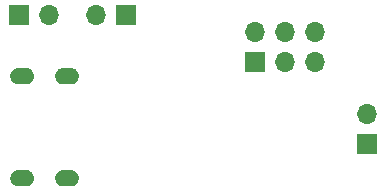
<source format=gbr>
%TF.GenerationSoftware,KiCad,Pcbnew,8.0.7*%
%TF.CreationDate,2025-01-08T21:55:34-07:00*%
%TF.ProjectId,Hat PCB,48617420-5043-4422-9e6b-696361645f70,rev?*%
%TF.SameCoordinates,Original*%
%TF.FileFunction,Soldermask,Bot*%
%TF.FilePolarity,Negative*%
%FSLAX46Y46*%
G04 Gerber Fmt 4.6, Leading zero omitted, Abs format (unit mm)*
G04 Created by KiCad (PCBNEW 8.0.7) date 2025-01-08 21:55:34*
%MOMM*%
%LPD*%
G01*
G04 APERTURE LIST*
%ADD10C,0.010000*%
%ADD11R,1.700000X1.700000*%
%ADD12O,1.700000X1.700000*%
G04 APERTURE END LIST*
D10*
%TO.C,J3*%
X216334000Y-122671000D02*
X216368000Y-122674000D01*
X216402000Y-122678000D01*
X216435000Y-122684000D01*
X216468000Y-122692000D01*
X216501000Y-122702000D01*
X216533000Y-122713000D01*
X216564000Y-122726000D01*
X216595000Y-122741000D01*
X216625000Y-122757000D01*
X216654000Y-122775000D01*
X216682000Y-122794000D01*
X216709000Y-122815000D01*
X216735000Y-122837000D01*
X216760000Y-122860000D01*
X216783000Y-122885000D01*
X216805000Y-122911000D01*
X216826000Y-122938000D01*
X216845000Y-122966000D01*
X216863000Y-122995000D01*
X216879000Y-123025000D01*
X216894000Y-123056000D01*
X216907000Y-123087000D01*
X216918000Y-123119000D01*
X216928000Y-123152000D01*
X216936000Y-123185000D01*
X216942000Y-123218000D01*
X216946000Y-123252000D01*
X216949000Y-123286000D01*
X216950000Y-123320000D01*
X216949000Y-123354000D01*
X216946000Y-123388000D01*
X216942000Y-123422000D01*
X216936000Y-123455000D01*
X216928000Y-123488000D01*
X216918000Y-123521000D01*
X216907000Y-123553000D01*
X216894000Y-123584000D01*
X216879000Y-123615000D01*
X216863000Y-123645000D01*
X216845000Y-123674000D01*
X216826000Y-123702000D01*
X216805000Y-123729000D01*
X216783000Y-123755000D01*
X216760000Y-123780000D01*
X216735000Y-123803000D01*
X216709000Y-123825000D01*
X216682000Y-123846000D01*
X216654000Y-123865000D01*
X216625000Y-123883000D01*
X216595000Y-123899000D01*
X216564000Y-123914000D01*
X216533000Y-123927000D01*
X216501000Y-123938000D01*
X216468000Y-123948000D01*
X216435000Y-123956000D01*
X216402000Y-123962000D01*
X216368000Y-123966000D01*
X216334000Y-123969000D01*
X216300000Y-123970000D01*
X215700000Y-123970000D01*
X215666000Y-123969000D01*
X215632000Y-123966000D01*
X215598000Y-123962000D01*
X215565000Y-123956000D01*
X215532000Y-123948000D01*
X215499000Y-123938000D01*
X215467000Y-123927000D01*
X215436000Y-123914000D01*
X215405000Y-123899000D01*
X215375000Y-123883000D01*
X215346000Y-123865000D01*
X215318000Y-123846000D01*
X215291000Y-123825000D01*
X215265000Y-123803000D01*
X215240000Y-123780000D01*
X215217000Y-123755000D01*
X215195000Y-123729000D01*
X215174000Y-123702000D01*
X215155000Y-123674000D01*
X215137000Y-123645000D01*
X215121000Y-123615000D01*
X215106000Y-123584000D01*
X215093000Y-123553000D01*
X215082000Y-123521000D01*
X215072000Y-123488000D01*
X215064000Y-123455000D01*
X215058000Y-123422000D01*
X215054000Y-123388000D01*
X215051000Y-123354000D01*
X215050000Y-123320000D01*
X215051000Y-123286000D01*
X215054000Y-123252000D01*
X215058000Y-123218000D01*
X215064000Y-123185000D01*
X215072000Y-123152000D01*
X215082000Y-123119000D01*
X215093000Y-123087000D01*
X215106000Y-123056000D01*
X215121000Y-123025000D01*
X215137000Y-122995000D01*
X215155000Y-122966000D01*
X215174000Y-122938000D01*
X215195000Y-122911000D01*
X215217000Y-122885000D01*
X215240000Y-122860000D01*
X215265000Y-122837000D01*
X215291000Y-122815000D01*
X215318000Y-122794000D01*
X215346000Y-122775000D01*
X215375000Y-122757000D01*
X215405000Y-122741000D01*
X215436000Y-122726000D01*
X215467000Y-122713000D01*
X215499000Y-122702000D01*
X215532000Y-122692000D01*
X215565000Y-122684000D01*
X215598000Y-122678000D01*
X215632000Y-122674000D01*
X215666000Y-122671000D01*
X215700000Y-122670000D01*
X216300000Y-122670000D01*
X216334000Y-122671000D01*
G36*
X216334000Y-122671000D02*
G01*
X216368000Y-122674000D01*
X216402000Y-122678000D01*
X216435000Y-122684000D01*
X216468000Y-122692000D01*
X216501000Y-122702000D01*
X216533000Y-122713000D01*
X216564000Y-122726000D01*
X216595000Y-122741000D01*
X216625000Y-122757000D01*
X216654000Y-122775000D01*
X216682000Y-122794000D01*
X216709000Y-122815000D01*
X216735000Y-122837000D01*
X216760000Y-122860000D01*
X216783000Y-122885000D01*
X216805000Y-122911000D01*
X216826000Y-122938000D01*
X216845000Y-122966000D01*
X216863000Y-122995000D01*
X216879000Y-123025000D01*
X216894000Y-123056000D01*
X216907000Y-123087000D01*
X216918000Y-123119000D01*
X216928000Y-123152000D01*
X216936000Y-123185000D01*
X216942000Y-123218000D01*
X216946000Y-123252000D01*
X216949000Y-123286000D01*
X216950000Y-123320000D01*
X216949000Y-123354000D01*
X216946000Y-123388000D01*
X216942000Y-123422000D01*
X216936000Y-123455000D01*
X216928000Y-123488000D01*
X216918000Y-123521000D01*
X216907000Y-123553000D01*
X216894000Y-123584000D01*
X216879000Y-123615000D01*
X216863000Y-123645000D01*
X216845000Y-123674000D01*
X216826000Y-123702000D01*
X216805000Y-123729000D01*
X216783000Y-123755000D01*
X216760000Y-123780000D01*
X216735000Y-123803000D01*
X216709000Y-123825000D01*
X216682000Y-123846000D01*
X216654000Y-123865000D01*
X216625000Y-123883000D01*
X216595000Y-123899000D01*
X216564000Y-123914000D01*
X216533000Y-123927000D01*
X216501000Y-123938000D01*
X216468000Y-123948000D01*
X216435000Y-123956000D01*
X216402000Y-123962000D01*
X216368000Y-123966000D01*
X216334000Y-123969000D01*
X216300000Y-123970000D01*
X215700000Y-123970000D01*
X215666000Y-123969000D01*
X215632000Y-123966000D01*
X215598000Y-123962000D01*
X215565000Y-123956000D01*
X215532000Y-123948000D01*
X215499000Y-123938000D01*
X215467000Y-123927000D01*
X215436000Y-123914000D01*
X215405000Y-123899000D01*
X215375000Y-123883000D01*
X215346000Y-123865000D01*
X215318000Y-123846000D01*
X215291000Y-123825000D01*
X215265000Y-123803000D01*
X215240000Y-123780000D01*
X215217000Y-123755000D01*
X215195000Y-123729000D01*
X215174000Y-123702000D01*
X215155000Y-123674000D01*
X215137000Y-123645000D01*
X215121000Y-123615000D01*
X215106000Y-123584000D01*
X215093000Y-123553000D01*
X215082000Y-123521000D01*
X215072000Y-123488000D01*
X215064000Y-123455000D01*
X215058000Y-123422000D01*
X215054000Y-123388000D01*
X215051000Y-123354000D01*
X215050000Y-123320000D01*
X215051000Y-123286000D01*
X215054000Y-123252000D01*
X215058000Y-123218000D01*
X215064000Y-123185000D01*
X215072000Y-123152000D01*
X215082000Y-123119000D01*
X215093000Y-123087000D01*
X215106000Y-123056000D01*
X215121000Y-123025000D01*
X215137000Y-122995000D01*
X215155000Y-122966000D01*
X215174000Y-122938000D01*
X215195000Y-122911000D01*
X215217000Y-122885000D01*
X215240000Y-122860000D01*
X215265000Y-122837000D01*
X215291000Y-122815000D01*
X215318000Y-122794000D01*
X215346000Y-122775000D01*
X215375000Y-122757000D01*
X215405000Y-122741000D01*
X215436000Y-122726000D01*
X215467000Y-122713000D01*
X215499000Y-122702000D01*
X215532000Y-122692000D01*
X215565000Y-122684000D01*
X215598000Y-122678000D01*
X215632000Y-122674000D01*
X215666000Y-122671000D01*
X215700000Y-122670000D01*
X216300000Y-122670000D01*
X216334000Y-122671000D01*
G37*
X216334000Y-114031000D02*
X216368000Y-114034000D01*
X216402000Y-114038000D01*
X216435000Y-114044000D01*
X216468000Y-114052000D01*
X216501000Y-114062000D01*
X216533000Y-114073000D01*
X216564000Y-114086000D01*
X216595000Y-114101000D01*
X216625000Y-114117000D01*
X216654000Y-114135000D01*
X216682000Y-114154000D01*
X216709000Y-114175000D01*
X216735000Y-114197000D01*
X216760000Y-114220000D01*
X216783000Y-114245000D01*
X216805000Y-114271000D01*
X216826000Y-114298000D01*
X216845000Y-114326000D01*
X216863000Y-114355000D01*
X216879000Y-114385000D01*
X216894000Y-114416000D01*
X216907000Y-114447000D01*
X216918000Y-114479000D01*
X216928000Y-114512000D01*
X216936000Y-114545000D01*
X216942000Y-114578000D01*
X216946000Y-114612000D01*
X216949000Y-114646000D01*
X216950000Y-114680000D01*
X216949000Y-114714000D01*
X216946000Y-114748000D01*
X216942000Y-114782000D01*
X216936000Y-114815000D01*
X216928000Y-114848000D01*
X216918000Y-114881000D01*
X216907000Y-114913000D01*
X216894000Y-114944000D01*
X216879000Y-114975000D01*
X216863000Y-115005000D01*
X216845000Y-115034000D01*
X216826000Y-115062000D01*
X216805000Y-115089000D01*
X216783000Y-115115000D01*
X216760000Y-115140000D01*
X216735000Y-115163000D01*
X216709000Y-115185000D01*
X216682000Y-115206000D01*
X216654000Y-115225000D01*
X216625000Y-115243000D01*
X216595000Y-115259000D01*
X216564000Y-115274000D01*
X216533000Y-115287000D01*
X216501000Y-115298000D01*
X216468000Y-115308000D01*
X216435000Y-115316000D01*
X216402000Y-115322000D01*
X216368000Y-115326000D01*
X216334000Y-115329000D01*
X216300000Y-115330000D01*
X215700000Y-115330000D01*
X215666000Y-115329000D01*
X215632000Y-115326000D01*
X215598000Y-115322000D01*
X215565000Y-115316000D01*
X215532000Y-115308000D01*
X215499000Y-115298000D01*
X215467000Y-115287000D01*
X215436000Y-115274000D01*
X215405000Y-115259000D01*
X215375000Y-115243000D01*
X215346000Y-115225000D01*
X215318000Y-115206000D01*
X215291000Y-115185000D01*
X215265000Y-115163000D01*
X215240000Y-115140000D01*
X215217000Y-115115000D01*
X215195000Y-115089000D01*
X215174000Y-115062000D01*
X215155000Y-115034000D01*
X215137000Y-115005000D01*
X215121000Y-114975000D01*
X215106000Y-114944000D01*
X215093000Y-114913000D01*
X215082000Y-114881000D01*
X215072000Y-114848000D01*
X215064000Y-114815000D01*
X215058000Y-114782000D01*
X215054000Y-114748000D01*
X215051000Y-114714000D01*
X215050000Y-114680000D01*
X215051000Y-114646000D01*
X215054000Y-114612000D01*
X215058000Y-114578000D01*
X215064000Y-114545000D01*
X215072000Y-114512000D01*
X215082000Y-114479000D01*
X215093000Y-114447000D01*
X215106000Y-114416000D01*
X215121000Y-114385000D01*
X215137000Y-114355000D01*
X215155000Y-114326000D01*
X215174000Y-114298000D01*
X215195000Y-114271000D01*
X215217000Y-114245000D01*
X215240000Y-114220000D01*
X215265000Y-114197000D01*
X215291000Y-114175000D01*
X215318000Y-114154000D01*
X215346000Y-114135000D01*
X215375000Y-114117000D01*
X215405000Y-114101000D01*
X215436000Y-114086000D01*
X215467000Y-114073000D01*
X215499000Y-114062000D01*
X215532000Y-114052000D01*
X215565000Y-114044000D01*
X215598000Y-114038000D01*
X215632000Y-114034000D01*
X215666000Y-114031000D01*
X215700000Y-114030000D01*
X216300000Y-114030000D01*
X216334000Y-114031000D01*
G36*
X216334000Y-114031000D02*
G01*
X216368000Y-114034000D01*
X216402000Y-114038000D01*
X216435000Y-114044000D01*
X216468000Y-114052000D01*
X216501000Y-114062000D01*
X216533000Y-114073000D01*
X216564000Y-114086000D01*
X216595000Y-114101000D01*
X216625000Y-114117000D01*
X216654000Y-114135000D01*
X216682000Y-114154000D01*
X216709000Y-114175000D01*
X216735000Y-114197000D01*
X216760000Y-114220000D01*
X216783000Y-114245000D01*
X216805000Y-114271000D01*
X216826000Y-114298000D01*
X216845000Y-114326000D01*
X216863000Y-114355000D01*
X216879000Y-114385000D01*
X216894000Y-114416000D01*
X216907000Y-114447000D01*
X216918000Y-114479000D01*
X216928000Y-114512000D01*
X216936000Y-114545000D01*
X216942000Y-114578000D01*
X216946000Y-114612000D01*
X216949000Y-114646000D01*
X216950000Y-114680000D01*
X216949000Y-114714000D01*
X216946000Y-114748000D01*
X216942000Y-114782000D01*
X216936000Y-114815000D01*
X216928000Y-114848000D01*
X216918000Y-114881000D01*
X216907000Y-114913000D01*
X216894000Y-114944000D01*
X216879000Y-114975000D01*
X216863000Y-115005000D01*
X216845000Y-115034000D01*
X216826000Y-115062000D01*
X216805000Y-115089000D01*
X216783000Y-115115000D01*
X216760000Y-115140000D01*
X216735000Y-115163000D01*
X216709000Y-115185000D01*
X216682000Y-115206000D01*
X216654000Y-115225000D01*
X216625000Y-115243000D01*
X216595000Y-115259000D01*
X216564000Y-115274000D01*
X216533000Y-115287000D01*
X216501000Y-115298000D01*
X216468000Y-115308000D01*
X216435000Y-115316000D01*
X216402000Y-115322000D01*
X216368000Y-115326000D01*
X216334000Y-115329000D01*
X216300000Y-115330000D01*
X215700000Y-115330000D01*
X215666000Y-115329000D01*
X215632000Y-115326000D01*
X215598000Y-115322000D01*
X215565000Y-115316000D01*
X215532000Y-115308000D01*
X215499000Y-115298000D01*
X215467000Y-115287000D01*
X215436000Y-115274000D01*
X215405000Y-115259000D01*
X215375000Y-115243000D01*
X215346000Y-115225000D01*
X215318000Y-115206000D01*
X215291000Y-115185000D01*
X215265000Y-115163000D01*
X215240000Y-115140000D01*
X215217000Y-115115000D01*
X215195000Y-115089000D01*
X215174000Y-115062000D01*
X215155000Y-115034000D01*
X215137000Y-115005000D01*
X215121000Y-114975000D01*
X215106000Y-114944000D01*
X215093000Y-114913000D01*
X215082000Y-114881000D01*
X215072000Y-114848000D01*
X215064000Y-114815000D01*
X215058000Y-114782000D01*
X215054000Y-114748000D01*
X215051000Y-114714000D01*
X215050000Y-114680000D01*
X215051000Y-114646000D01*
X215054000Y-114612000D01*
X215058000Y-114578000D01*
X215064000Y-114545000D01*
X215072000Y-114512000D01*
X215082000Y-114479000D01*
X215093000Y-114447000D01*
X215106000Y-114416000D01*
X215121000Y-114385000D01*
X215137000Y-114355000D01*
X215155000Y-114326000D01*
X215174000Y-114298000D01*
X215195000Y-114271000D01*
X215217000Y-114245000D01*
X215240000Y-114220000D01*
X215265000Y-114197000D01*
X215291000Y-114175000D01*
X215318000Y-114154000D01*
X215346000Y-114135000D01*
X215375000Y-114117000D01*
X215405000Y-114101000D01*
X215436000Y-114086000D01*
X215467000Y-114073000D01*
X215499000Y-114062000D01*
X215532000Y-114052000D01*
X215565000Y-114044000D01*
X215598000Y-114038000D01*
X215632000Y-114034000D01*
X215666000Y-114031000D01*
X215700000Y-114030000D01*
X216300000Y-114030000D01*
X216334000Y-114031000D01*
G37*
X212534000Y-122671000D02*
X212568000Y-122674000D01*
X212602000Y-122678000D01*
X212635000Y-122684000D01*
X212668000Y-122692000D01*
X212701000Y-122702000D01*
X212733000Y-122713000D01*
X212764000Y-122726000D01*
X212795000Y-122741000D01*
X212825000Y-122757000D01*
X212854000Y-122775000D01*
X212882000Y-122794000D01*
X212909000Y-122815000D01*
X212935000Y-122837000D01*
X212960000Y-122860000D01*
X212983000Y-122885000D01*
X213005000Y-122911000D01*
X213026000Y-122938000D01*
X213045000Y-122966000D01*
X213063000Y-122995000D01*
X213079000Y-123025000D01*
X213094000Y-123056000D01*
X213107000Y-123087000D01*
X213118000Y-123119000D01*
X213128000Y-123152000D01*
X213136000Y-123185000D01*
X213142000Y-123218000D01*
X213146000Y-123252000D01*
X213149000Y-123286000D01*
X213150000Y-123320000D01*
X213149000Y-123354000D01*
X213146000Y-123388000D01*
X213142000Y-123422000D01*
X213136000Y-123455000D01*
X213128000Y-123488000D01*
X213118000Y-123521000D01*
X213107000Y-123553000D01*
X213094000Y-123584000D01*
X213079000Y-123615000D01*
X213063000Y-123645000D01*
X213045000Y-123674000D01*
X213026000Y-123702000D01*
X213005000Y-123729000D01*
X212983000Y-123755000D01*
X212960000Y-123780000D01*
X212935000Y-123803000D01*
X212909000Y-123825000D01*
X212882000Y-123846000D01*
X212854000Y-123865000D01*
X212825000Y-123883000D01*
X212795000Y-123899000D01*
X212764000Y-123914000D01*
X212733000Y-123927000D01*
X212701000Y-123938000D01*
X212668000Y-123948000D01*
X212635000Y-123956000D01*
X212602000Y-123962000D01*
X212568000Y-123966000D01*
X212534000Y-123969000D01*
X212500000Y-123970000D01*
X211900000Y-123970000D01*
X211866000Y-123969000D01*
X211832000Y-123966000D01*
X211798000Y-123962000D01*
X211765000Y-123956000D01*
X211732000Y-123948000D01*
X211699000Y-123938000D01*
X211667000Y-123927000D01*
X211636000Y-123914000D01*
X211605000Y-123899000D01*
X211575000Y-123883000D01*
X211546000Y-123865000D01*
X211518000Y-123846000D01*
X211491000Y-123825000D01*
X211465000Y-123803000D01*
X211440000Y-123780000D01*
X211417000Y-123755000D01*
X211395000Y-123729000D01*
X211374000Y-123702000D01*
X211355000Y-123674000D01*
X211337000Y-123645000D01*
X211321000Y-123615000D01*
X211306000Y-123584000D01*
X211293000Y-123553000D01*
X211282000Y-123521000D01*
X211272000Y-123488000D01*
X211264000Y-123455000D01*
X211258000Y-123422000D01*
X211254000Y-123388000D01*
X211251000Y-123354000D01*
X211250000Y-123320000D01*
X211251000Y-123286000D01*
X211254000Y-123252000D01*
X211258000Y-123218000D01*
X211264000Y-123185000D01*
X211272000Y-123152000D01*
X211282000Y-123119000D01*
X211293000Y-123087000D01*
X211306000Y-123056000D01*
X211321000Y-123025000D01*
X211337000Y-122995000D01*
X211355000Y-122966000D01*
X211374000Y-122938000D01*
X211395000Y-122911000D01*
X211417000Y-122885000D01*
X211440000Y-122860000D01*
X211465000Y-122837000D01*
X211491000Y-122815000D01*
X211518000Y-122794000D01*
X211546000Y-122775000D01*
X211575000Y-122757000D01*
X211605000Y-122741000D01*
X211636000Y-122726000D01*
X211667000Y-122713000D01*
X211699000Y-122702000D01*
X211732000Y-122692000D01*
X211765000Y-122684000D01*
X211798000Y-122678000D01*
X211832000Y-122674000D01*
X211866000Y-122671000D01*
X211900000Y-122670000D01*
X212500000Y-122670000D01*
X212534000Y-122671000D01*
G36*
X212534000Y-122671000D02*
G01*
X212568000Y-122674000D01*
X212602000Y-122678000D01*
X212635000Y-122684000D01*
X212668000Y-122692000D01*
X212701000Y-122702000D01*
X212733000Y-122713000D01*
X212764000Y-122726000D01*
X212795000Y-122741000D01*
X212825000Y-122757000D01*
X212854000Y-122775000D01*
X212882000Y-122794000D01*
X212909000Y-122815000D01*
X212935000Y-122837000D01*
X212960000Y-122860000D01*
X212983000Y-122885000D01*
X213005000Y-122911000D01*
X213026000Y-122938000D01*
X213045000Y-122966000D01*
X213063000Y-122995000D01*
X213079000Y-123025000D01*
X213094000Y-123056000D01*
X213107000Y-123087000D01*
X213118000Y-123119000D01*
X213128000Y-123152000D01*
X213136000Y-123185000D01*
X213142000Y-123218000D01*
X213146000Y-123252000D01*
X213149000Y-123286000D01*
X213150000Y-123320000D01*
X213149000Y-123354000D01*
X213146000Y-123388000D01*
X213142000Y-123422000D01*
X213136000Y-123455000D01*
X213128000Y-123488000D01*
X213118000Y-123521000D01*
X213107000Y-123553000D01*
X213094000Y-123584000D01*
X213079000Y-123615000D01*
X213063000Y-123645000D01*
X213045000Y-123674000D01*
X213026000Y-123702000D01*
X213005000Y-123729000D01*
X212983000Y-123755000D01*
X212960000Y-123780000D01*
X212935000Y-123803000D01*
X212909000Y-123825000D01*
X212882000Y-123846000D01*
X212854000Y-123865000D01*
X212825000Y-123883000D01*
X212795000Y-123899000D01*
X212764000Y-123914000D01*
X212733000Y-123927000D01*
X212701000Y-123938000D01*
X212668000Y-123948000D01*
X212635000Y-123956000D01*
X212602000Y-123962000D01*
X212568000Y-123966000D01*
X212534000Y-123969000D01*
X212500000Y-123970000D01*
X211900000Y-123970000D01*
X211866000Y-123969000D01*
X211832000Y-123966000D01*
X211798000Y-123962000D01*
X211765000Y-123956000D01*
X211732000Y-123948000D01*
X211699000Y-123938000D01*
X211667000Y-123927000D01*
X211636000Y-123914000D01*
X211605000Y-123899000D01*
X211575000Y-123883000D01*
X211546000Y-123865000D01*
X211518000Y-123846000D01*
X211491000Y-123825000D01*
X211465000Y-123803000D01*
X211440000Y-123780000D01*
X211417000Y-123755000D01*
X211395000Y-123729000D01*
X211374000Y-123702000D01*
X211355000Y-123674000D01*
X211337000Y-123645000D01*
X211321000Y-123615000D01*
X211306000Y-123584000D01*
X211293000Y-123553000D01*
X211282000Y-123521000D01*
X211272000Y-123488000D01*
X211264000Y-123455000D01*
X211258000Y-123422000D01*
X211254000Y-123388000D01*
X211251000Y-123354000D01*
X211250000Y-123320000D01*
X211251000Y-123286000D01*
X211254000Y-123252000D01*
X211258000Y-123218000D01*
X211264000Y-123185000D01*
X211272000Y-123152000D01*
X211282000Y-123119000D01*
X211293000Y-123087000D01*
X211306000Y-123056000D01*
X211321000Y-123025000D01*
X211337000Y-122995000D01*
X211355000Y-122966000D01*
X211374000Y-122938000D01*
X211395000Y-122911000D01*
X211417000Y-122885000D01*
X211440000Y-122860000D01*
X211465000Y-122837000D01*
X211491000Y-122815000D01*
X211518000Y-122794000D01*
X211546000Y-122775000D01*
X211575000Y-122757000D01*
X211605000Y-122741000D01*
X211636000Y-122726000D01*
X211667000Y-122713000D01*
X211699000Y-122702000D01*
X211732000Y-122692000D01*
X211765000Y-122684000D01*
X211798000Y-122678000D01*
X211832000Y-122674000D01*
X211866000Y-122671000D01*
X211900000Y-122670000D01*
X212500000Y-122670000D01*
X212534000Y-122671000D01*
G37*
X212534000Y-114031000D02*
X212568000Y-114034000D01*
X212602000Y-114038000D01*
X212635000Y-114044000D01*
X212668000Y-114052000D01*
X212701000Y-114062000D01*
X212733000Y-114073000D01*
X212764000Y-114086000D01*
X212795000Y-114101000D01*
X212825000Y-114117000D01*
X212854000Y-114135000D01*
X212882000Y-114154000D01*
X212909000Y-114175000D01*
X212935000Y-114197000D01*
X212960000Y-114220000D01*
X212983000Y-114245000D01*
X213005000Y-114271000D01*
X213026000Y-114298000D01*
X213045000Y-114326000D01*
X213063000Y-114355000D01*
X213079000Y-114385000D01*
X213094000Y-114416000D01*
X213107000Y-114447000D01*
X213118000Y-114479000D01*
X213128000Y-114512000D01*
X213136000Y-114545000D01*
X213142000Y-114578000D01*
X213146000Y-114612000D01*
X213149000Y-114646000D01*
X213150000Y-114680000D01*
X213149000Y-114714000D01*
X213146000Y-114748000D01*
X213142000Y-114782000D01*
X213136000Y-114815000D01*
X213128000Y-114848000D01*
X213118000Y-114881000D01*
X213107000Y-114913000D01*
X213094000Y-114944000D01*
X213079000Y-114975000D01*
X213063000Y-115005000D01*
X213045000Y-115034000D01*
X213026000Y-115062000D01*
X213005000Y-115089000D01*
X212983000Y-115115000D01*
X212960000Y-115140000D01*
X212935000Y-115163000D01*
X212909000Y-115185000D01*
X212882000Y-115206000D01*
X212854000Y-115225000D01*
X212825000Y-115243000D01*
X212795000Y-115259000D01*
X212764000Y-115274000D01*
X212733000Y-115287000D01*
X212701000Y-115298000D01*
X212668000Y-115308000D01*
X212635000Y-115316000D01*
X212602000Y-115322000D01*
X212568000Y-115326000D01*
X212534000Y-115329000D01*
X212500000Y-115330000D01*
X211900000Y-115330000D01*
X211866000Y-115329000D01*
X211832000Y-115326000D01*
X211798000Y-115322000D01*
X211765000Y-115316000D01*
X211732000Y-115308000D01*
X211699000Y-115298000D01*
X211667000Y-115287000D01*
X211636000Y-115274000D01*
X211605000Y-115259000D01*
X211575000Y-115243000D01*
X211546000Y-115225000D01*
X211518000Y-115206000D01*
X211491000Y-115185000D01*
X211465000Y-115163000D01*
X211440000Y-115140000D01*
X211417000Y-115115000D01*
X211395000Y-115089000D01*
X211374000Y-115062000D01*
X211355000Y-115034000D01*
X211337000Y-115005000D01*
X211321000Y-114975000D01*
X211306000Y-114944000D01*
X211293000Y-114913000D01*
X211282000Y-114881000D01*
X211272000Y-114848000D01*
X211264000Y-114815000D01*
X211258000Y-114782000D01*
X211254000Y-114748000D01*
X211251000Y-114714000D01*
X211250000Y-114680000D01*
X211251000Y-114646000D01*
X211254000Y-114612000D01*
X211258000Y-114578000D01*
X211264000Y-114545000D01*
X211272000Y-114512000D01*
X211282000Y-114479000D01*
X211293000Y-114447000D01*
X211306000Y-114416000D01*
X211321000Y-114385000D01*
X211337000Y-114355000D01*
X211355000Y-114326000D01*
X211374000Y-114298000D01*
X211395000Y-114271000D01*
X211417000Y-114245000D01*
X211440000Y-114220000D01*
X211465000Y-114197000D01*
X211491000Y-114175000D01*
X211518000Y-114154000D01*
X211546000Y-114135000D01*
X211575000Y-114117000D01*
X211605000Y-114101000D01*
X211636000Y-114086000D01*
X211667000Y-114073000D01*
X211699000Y-114062000D01*
X211732000Y-114052000D01*
X211765000Y-114044000D01*
X211798000Y-114038000D01*
X211832000Y-114034000D01*
X211866000Y-114031000D01*
X211900000Y-114030000D01*
X212500000Y-114030000D01*
X212534000Y-114031000D01*
G36*
X212534000Y-114031000D02*
G01*
X212568000Y-114034000D01*
X212602000Y-114038000D01*
X212635000Y-114044000D01*
X212668000Y-114052000D01*
X212701000Y-114062000D01*
X212733000Y-114073000D01*
X212764000Y-114086000D01*
X212795000Y-114101000D01*
X212825000Y-114117000D01*
X212854000Y-114135000D01*
X212882000Y-114154000D01*
X212909000Y-114175000D01*
X212935000Y-114197000D01*
X212960000Y-114220000D01*
X212983000Y-114245000D01*
X213005000Y-114271000D01*
X213026000Y-114298000D01*
X213045000Y-114326000D01*
X213063000Y-114355000D01*
X213079000Y-114385000D01*
X213094000Y-114416000D01*
X213107000Y-114447000D01*
X213118000Y-114479000D01*
X213128000Y-114512000D01*
X213136000Y-114545000D01*
X213142000Y-114578000D01*
X213146000Y-114612000D01*
X213149000Y-114646000D01*
X213150000Y-114680000D01*
X213149000Y-114714000D01*
X213146000Y-114748000D01*
X213142000Y-114782000D01*
X213136000Y-114815000D01*
X213128000Y-114848000D01*
X213118000Y-114881000D01*
X213107000Y-114913000D01*
X213094000Y-114944000D01*
X213079000Y-114975000D01*
X213063000Y-115005000D01*
X213045000Y-115034000D01*
X213026000Y-115062000D01*
X213005000Y-115089000D01*
X212983000Y-115115000D01*
X212960000Y-115140000D01*
X212935000Y-115163000D01*
X212909000Y-115185000D01*
X212882000Y-115206000D01*
X212854000Y-115225000D01*
X212825000Y-115243000D01*
X212795000Y-115259000D01*
X212764000Y-115274000D01*
X212733000Y-115287000D01*
X212701000Y-115298000D01*
X212668000Y-115308000D01*
X212635000Y-115316000D01*
X212602000Y-115322000D01*
X212568000Y-115326000D01*
X212534000Y-115329000D01*
X212500000Y-115330000D01*
X211900000Y-115330000D01*
X211866000Y-115329000D01*
X211832000Y-115326000D01*
X211798000Y-115322000D01*
X211765000Y-115316000D01*
X211732000Y-115308000D01*
X211699000Y-115298000D01*
X211667000Y-115287000D01*
X211636000Y-115274000D01*
X211605000Y-115259000D01*
X211575000Y-115243000D01*
X211546000Y-115225000D01*
X211518000Y-115206000D01*
X211491000Y-115185000D01*
X211465000Y-115163000D01*
X211440000Y-115140000D01*
X211417000Y-115115000D01*
X211395000Y-115089000D01*
X211374000Y-115062000D01*
X211355000Y-115034000D01*
X211337000Y-115005000D01*
X211321000Y-114975000D01*
X211306000Y-114944000D01*
X211293000Y-114913000D01*
X211282000Y-114881000D01*
X211272000Y-114848000D01*
X211264000Y-114815000D01*
X211258000Y-114782000D01*
X211254000Y-114748000D01*
X211251000Y-114714000D01*
X211250000Y-114680000D01*
X211251000Y-114646000D01*
X211254000Y-114612000D01*
X211258000Y-114578000D01*
X211264000Y-114545000D01*
X211272000Y-114512000D01*
X211282000Y-114479000D01*
X211293000Y-114447000D01*
X211306000Y-114416000D01*
X211321000Y-114385000D01*
X211337000Y-114355000D01*
X211355000Y-114326000D01*
X211374000Y-114298000D01*
X211395000Y-114271000D01*
X211417000Y-114245000D01*
X211440000Y-114220000D01*
X211465000Y-114197000D01*
X211491000Y-114175000D01*
X211518000Y-114154000D01*
X211546000Y-114135000D01*
X211575000Y-114117000D01*
X211605000Y-114101000D01*
X211636000Y-114086000D01*
X211667000Y-114073000D01*
X211699000Y-114062000D01*
X211732000Y-114052000D01*
X211765000Y-114044000D01*
X211798000Y-114038000D01*
X211832000Y-114034000D01*
X211866000Y-114031000D01*
X211900000Y-114030000D01*
X212500000Y-114030000D01*
X212534000Y-114031000D01*
G37*
%TD*%
D11*
%TO.C,J5*%
X221000000Y-109500000D03*
D12*
X218460000Y-109500000D03*
%TD*%
D11*
%TO.C,J4*%
X231960000Y-113500000D03*
D12*
X231960000Y-110960000D03*
X234500000Y-113500000D03*
X234500000Y-110960000D03*
X237040000Y-113500000D03*
X237040000Y-110960000D03*
%TD*%
D11*
%TO.C,J2*%
X241450000Y-120500000D03*
D12*
X241450000Y-117960000D03*
%TD*%
D11*
%TO.C,J1*%
X212000000Y-109500000D03*
D12*
X214540000Y-109500000D03*
%TD*%
M02*

</source>
